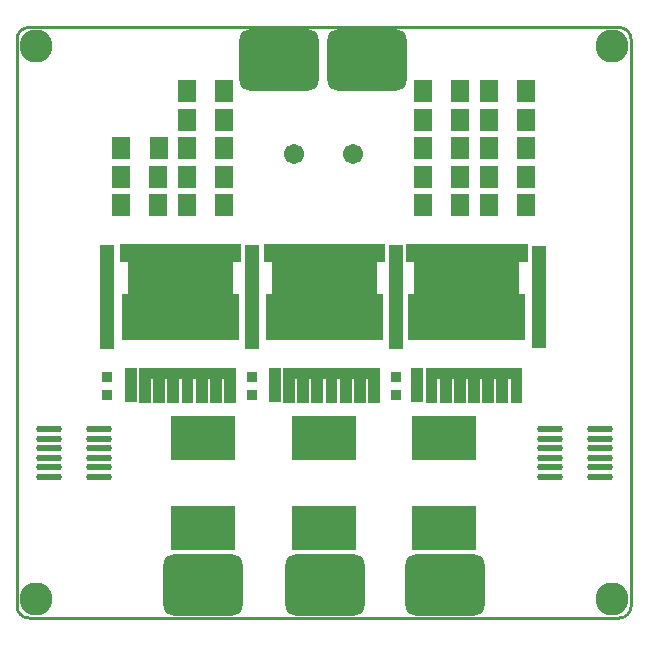
<source format=gts>
G04*
G04 #@! TF.GenerationSoftware,Altium Limited,Altium Designer,22.0.2 (36)*
G04*
G04 Layer_Color=8388736*
%FSLAX24Y24*%
%MOIN*%
G70*
G04*
G04 #@! TF.SameCoordinates,5AD8CBCB-7B86-44EA-BE16-98DFC8B2639C*
G04*
G04*
G04 #@! TF.FilePolarity,Negative*
G04*
G01*
G75*
%ADD17C,0.0100*%
%ADD21R,0.0502X0.3437*%
%ADD22R,0.0502X0.3495*%
%ADD23R,0.0625X0.0720*%
%ADD24R,0.2127X0.1458*%
%ADD25R,0.0380X0.0358*%
%ADD26R,0.0395X0.1182*%
%ADD27O,0.0867X0.0218*%
G04:AMPARAMS|DCode=28|XSize=263.9mil|YSize=204.9mil|CornerRadius=33.5mil|HoleSize=0mil|Usage=FLASHONLY|Rotation=0.000|XOffset=0mil|YOffset=0mil|HoleType=Round|Shape=RoundedRectangle|*
%AMROUNDEDRECTD28*
21,1,0.2639,0.1378,0,0,0.0*
21,1,0.1969,0.2049,0,0,0.0*
1,1,0.0671,0.0984,-0.0689*
1,1,0.0671,-0.0984,-0.0689*
1,1,0.0671,-0.0984,0.0689*
1,1,0.0671,0.0984,0.0689*
%
%ADD28ROUNDEDRECTD28*%
%ADD29C,0.1104*%
%ADD30C,0.0280*%
%ADD31C,0.0671*%
G36*
X17028Y11851D02*
X16752D01*
Y10788D01*
X16949D01*
Y9252D01*
X13051D01*
Y10788D01*
X13248D01*
Y11851D01*
X12972D01*
Y12481D01*
X17028D01*
Y11851D01*
D02*
G37*
G36*
X12278D02*
X12002D01*
Y10788D01*
X12199D01*
Y9252D01*
X8301D01*
Y10788D01*
X8498D01*
Y11851D01*
X8222D01*
Y12481D01*
X12278D01*
Y11851D01*
D02*
G37*
G36*
X7478D02*
X7202D01*
Y10788D01*
X7399D01*
Y9252D01*
X3501D01*
Y10788D01*
X3698D01*
Y11851D01*
X3422D01*
Y12481D01*
X7478D01*
Y11851D01*
D02*
G37*
G36*
X16850Y7166D02*
X16457D01*
Y7953D01*
X16378D01*
Y7166D01*
X15984D01*
Y7953D01*
X15906D01*
Y7166D01*
X15512D01*
Y7953D01*
X15433D01*
Y7166D01*
X15039D01*
Y7953D01*
X14961D01*
Y7166D01*
X14567D01*
Y7953D01*
X14488D01*
Y7166D01*
X14094D01*
Y7953D01*
X14016D01*
Y7166D01*
X13622D01*
Y8347D01*
X16850D01*
Y7166D01*
D02*
G37*
G36*
X12100D02*
X11707D01*
Y7953D01*
X11628D01*
Y7166D01*
X11234D01*
Y7953D01*
X11156D01*
Y7166D01*
X10762D01*
Y7953D01*
X10683D01*
Y7166D01*
X10289D01*
Y7953D01*
X10211D01*
Y7166D01*
X9817D01*
Y7953D01*
X9738D01*
Y7166D01*
X9344D01*
Y7953D01*
X9266D01*
Y7166D01*
X8872D01*
Y8347D01*
X12100D01*
Y7166D01*
D02*
G37*
G36*
X7300D02*
X6907D01*
Y7953D01*
X6828D01*
Y7166D01*
X6434D01*
Y7953D01*
X6356D01*
Y7166D01*
X5962D01*
Y7953D01*
X5883D01*
Y7166D01*
X5489D01*
Y7953D01*
X5411D01*
Y7166D01*
X5017D01*
Y7953D01*
X4938D01*
Y7166D01*
X4544D01*
Y7953D01*
X4466D01*
Y7166D01*
X4072D01*
Y8347D01*
X7300D01*
Y7166D01*
D02*
G37*
D17*
X20079Y0D02*
G03*
X20472Y394I0J394D01*
G01*
Y19291D02*
G03*
X20079Y19685I-394J0D01*
G01*
X394D02*
G03*
X0Y19291I0J-394D01*
G01*
Y394D02*
G03*
X394Y0I394J0D01*
G01*
Y19685D02*
X20079D01*
X394Y0D02*
X20079D01*
X0Y394D02*
Y19291D01*
X20472Y394D02*
Y19291D01*
D21*
X17393Y10712D02*
D03*
D22*
X12628Y10698D02*
D03*
X7845D02*
D03*
X2995D02*
D03*
D23*
X16977Y15650D02*
D03*
X15723D02*
D03*
X3462Y14700D02*
D03*
X4716D02*
D03*
X3466Y15650D02*
D03*
X4720D02*
D03*
X14777Y14700D02*
D03*
X13523D02*
D03*
X16977Y13750D02*
D03*
X15723D02*
D03*
X14777Y15650D02*
D03*
X13523D02*
D03*
X15723Y14700D02*
D03*
X16977D02*
D03*
X13523Y13750D02*
D03*
X14777D02*
D03*
Y16600D02*
D03*
X13523D02*
D03*
X15723D02*
D03*
X16977D02*
D03*
X14777Y17550D02*
D03*
X13523D02*
D03*
X15723D02*
D03*
X16977D02*
D03*
X5662Y13750D02*
D03*
X6916D02*
D03*
X5662Y14700D02*
D03*
X6916D02*
D03*
X5662Y17550D02*
D03*
X6916D02*
D03*
X5662Y15650D02*
D03*
X6916D02*
D03*
X5662Y16600D02*
D03*
X6916D02*
D03*
X4716Y13750D02*
D03*
X3462D02*
D03*
D24*
X10250Y6000D02*
D03*
Y3000D02*
D03*
X6200Y6000D02*
D03*
Y3000D02*
D03*
X14250D02*
D03*
Y6000D02*
D03*
D25*
X2994Y7444D02*
D03*
Y8038D02*
D03*
X7836Y7444D02*
D03*
Y8038D02*
D03*
X12628D02*
D03*
Y7444D02*
D03*
D26*
X8596Y7756D02*
D03*
X3796D02*
D03*
X13346D02*
D03*
D27*
X17767Y5971D02*
D03*
Y5656D02*
D03*
Y5341D02*
D03*
Y5026D02*
D03*
Y4711D02*
D03*
X19420D02*
D03*
Y5026D02*
D03*
Y5341D02*
D03*
Y5656D02*
D03*
Y5971D02*
D03*
Y6286D02*
D03*
X17767D02*
D03*
X2720Y4711D02*
D03*
Y5026D02*
D03*
Y5341D02*
D03*
Y5656D02*
D03*
Y5971D02*
D03*
Y6286D02*
D03*
X1067Y4711D02*
D03*
Y5026D02*
D03*
Y5341D02*
D03*
Y5656D02*
D03*
Y5971D02*
D03*
Y6286D02*
D03*
D28*
X14270Y1100D02*
D03*
X6200D02*
D03*
X10270D02*
D03*
X8750Y18600D02*
D03*
X11680D02*
D03*
D29*
X630Y19055D02*
D03*
X19843D02*
D03*
Y630D02*
D03*
X630D02*
D03*
D30*
X13370Y1300D02*
D03*
X13730D02*
D03*
X14450D02*
D03*
X14810D02*
D03*
X15170D02*
D03*
X14090D02*
D03*
X13370Y1700D02*
D03*
X13730D02*
D03*
X14450D02*
D03*
X14810D02*
D03*
X15170D02*
D03*
X14090D02*
D03*
X13370Y500D02*
D03*
X13730D02*
D03*
X14450D02*
D03*
X14810D02*
D03*
X15170D02*
D03*
X14090D02*
D03*
X13370Y900D02*
D03*
X13730D02*
D03*
X14450D02*
D03*
X14810D02*
D03*
X15170D02*
D03*
X14090D02*
D03*
X5300Y1300D02*
D03*
X5660D02*
D03*
X6380D02*
D03*
X6740D02*
D03*
X7100D02*
D03*
X6020D02*
D03*
X5300Y1700D02*
D03*
X5660D02*
D03*
X6380D02*
D03*
X6740D02*
D03*
X7100D02*
D03*
X6020D02*
D03*
X5300Y500D02*
D03*
X5660D02*
D03*
X6380D02*
D03*
X6740D02*
D03*
X7100D02*
D03*
X6020D02*
D03*
X5300Y900D02*
D03*
X5660D02*
D03*
X6380D02*
D03*
X6740D02*
D03*
X7100D02*
D03*
X6020D02*
D03*
X9370Y1300D02*
D03*
X9730D02*
D03*
X10450D02*
D03*
X10810D02*
D03*
X11170D02*
D03*
X10090D02*
D03*
X9370Y1700D02*
D03*
X9730D02*
D03*
X10450D02*
D03*
X10810D02*
D03*
X11170D02*
D03*
X10090D02*
D03*
X9370Y500D02*
D03*
X9730D02*
D03*
X10450D02*
D03*
X10810D02*
D03*
X11170D02*
D03*
X10090D02*
D03*
X9370Y900D02*
D03*
X9730D02*
D03*
X10450D02*
D03*
X10810D02*
D03*
X11170D02*
D03*
X10090D02*
D03*
X8570Y18400D02*
D03*
X9650D02*
D03*
X9290D02*
D03*
X8930D02*
D03*
X8210D02*
D03*
X7850D02*
D03*
X8570Y18000D02*
D03*
X9650D02*
D03*
X9290D02*
D03*
X8930D02*
D03*
X8210D02*
D03*
X7850D02*
D03*
X8570Y19200D02*
D03*
X9650D02*
D03*
X9290D02*
D03*
X8930D02*
D03*
X8210D02*
D03*
X7850D02*
D03*
X8570Y18800D02*
D03*
X9650D02*
D03*
X9290D02*
D03*
X8930D02*
D03*
X8210D02*
D03*
X7850D02*
D03*
X11500Y18400D02*
D03*
X12580D02*
D03*
X12220D02*
D03*
X11860D02*
D03*
X11140D02*
D03*
X10780D02*
D03*
X11500Y18000D02*
D03*
X12580D02*
D03*
X12220D02*
D03*
X11860D02*
D03*
X11140D02*
D03*
X10780D02*
D03*
X11500Y19200D02*
D03*
X12580D02*
D03*
X12220D02*
D03*
X11860D02*
D03*
X11140D02*
D03*
X10780D02*
D03*
X11500Y18800D02*
D03*
X12580D02*
D03*
X12220D02*
D03*
X11860D02*
D03*
X11140D02*
D03*
X10780D02*
D03*
D31*
X11206Y15450D02*
D03*
X9238D02*
D03*
M02*

</source>
